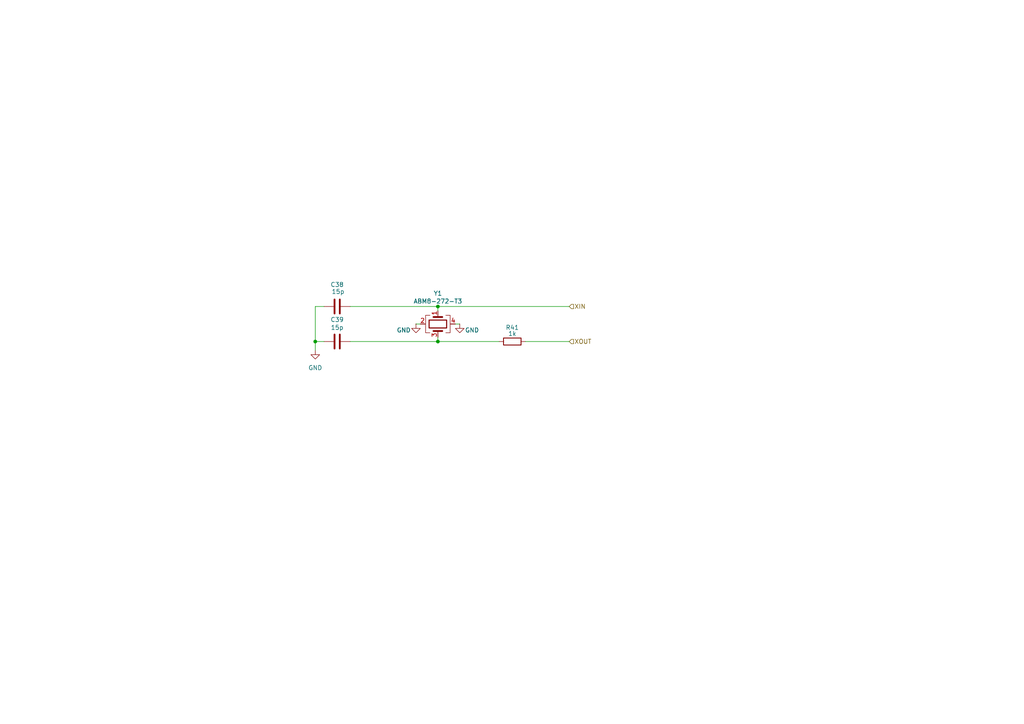
<source format=kicad_sch>
(kicad_sch (version 20231120) (generator "eeschema") (generator_version "8.0")
  (paper "A4")
  (lib_symbols
    (symbol "Device:C" (pin_numbers hide) (pin_names (offset 0.254))
      (property "Reference" "C" (at 0.635 2.54 0))
      (property "Value" "C" (at 0.635 -2.54 0))
      (symbol "C_0_1"
        (polyline (pts (xy -2.032 -0.762) (xy 2.032 -0.762)) (stroke (width 0.508)))
        (polyline (pts (xy -2.032 0.762) (xy 2.032 0.762)) (stroke (width 0.508)))
      )
      (symbol "C_1_1"
        (pin passive line (at 0 3.81 270) (length 2.794) (name "~") (number "1"))
        (pin passive line (at 0 -3.81 90) (length 2.794) (name "~") (number "2"))
      )
    )
    (symbol "Device:Crystal_GND24" (pin_names (offset 1.016) hide)
      (property "Reference" "Y" (at 3.175 5.08 0))
      (property "Value" "Crystal_GND24" (at 3.175 3.175 0))
      (symbol "Crystal_GND24_0_1"
        (rectangle (start -1.143 2.54) (end 1.143 -2.54) (stroke (width 0.3048)))
        (polyline (pts (xy -2.54 0) (xy -2.032 0)))
        (polyline (pts (xy -2.032 -1.27) (xy -2.032 1.27)) (stroke (width 0.508)))
        (polyline (pts (xy 0 -3.81) (xy 0 -3.556)))
        (polyline (pts (xy 0 3.556) (xy 0 3.81)))
        (polyline (pts (xy 2.032 -1.27) (xy 2.032 1.27)) (stroke (width 0.508)))
        (polyline (pts (xy 2.032 0) (xy 2.54 0)))
        (polyline (pts (xy -2.54 -2.286) (xy -2.54 -3.556) (xy 2.54 -3.556) (xy 2.54 -2.286)))
        (polyline (pts (xy -2.54 2.286) (xy -2.54 3.556) (xy 2.54 3.556) (xy 2.54 2.286)))
      )
      (symbol "Crystal_GND24_1_1"
        (pin passive line (at -3.81 0 0) (length 1.27) (name "1") (number "1"))
        (pin passive line (at 0 5.08 270) (length 1.27) (name "2") (number "2"))
        (pin passive line (at 3.81 0 180) (length 1.27) (name "3") (number "3"))
        (pin passive line (at 0 -5.08 90) (length 1.27) (name "4") (number "4"))
      )
    )
    (symbol "Device:R" (pin_numbers hide) (pin_names (offset 0))
      (property "Reference" "R" (at 2.032 0 90))
      (property "Value" "R" (at 0 0 90))
      (symbol "R_0_1"
        (rectangle (start -1.016 -2.54) (end 1.016 2.54) (stroke (width 0.254)))
      )
      (symbol "R_1_1"
        (pin passive line (at 0 3.81 270) (length 1.27) (name "~") (number "1"))
        (pin passive line (at 0 -3.81 90) (length 1.27) (name "~") (number "2"))
      )
    )
    (symbol "power:GND" (power) (pin_numbers hide) (pin_names (offset 0) hide)
      (property "Value" "GND" (at 0 -3.81 0))
      (symbol "GND_0_1"
        (polyline (pts (xy 0 0) (xy 0 -1.27) (xy 1.27 -1.27) (xy 0 -2.54) (xy -1.27 -1.27) (xy 0 -1.27)))
      )
      (symbol "GND_1_1"
        (pin power_in line (at 0 0 270) (length 0) (name "~") (number "1"))
      )
    )
  )
  (junction (at 91.44 99.06))
  (junction (at 127 88.9))
  (junction (at 127 99.06))
  (wire (pts (xy 127 99.06) (xy 144.78 99.06)))
  (wire (pts (xy 152.4 99.06) (xy 165.1 99.06)))
  (wire (pts (xy 120.65 93.98) (xy 121.92 93.98)))
  (wire (pts (xy 93.98 88.9) (xy 91.44 88.9)))
  (wire (pts (xy 91.44 88.9) (xy 91.44 99.06)))
  (wire (pts (xy 101.6 99.06) (xy 127 99.06)))
  (wire (pts (xy 91.44 99.06) (xy 93.98 99.06)))
  (wire (pts (xy 127 88.9) (xy 127 90.17)))
  (wire (pts (xy 133.35 93.98) (xy 132.08 93.98)))
  (wire (pts (xy 91.44 99.06) (xy 91.44 101.6)))
  (wire (pts (xy 101.6 88.9) (xy 127 88.9)))
  (wire (pts (xy 127 88.9) (xy 165.1 88.9)))
  (wire (pts (xy 127 99.06) (xy 127 97.79)))
  (hierarchical_label "XIN" (shape input) (at 165.1 88.9 0))
  (hierarchical_label "XOUT" (shape input) (at 165.1 99.06 0))
  (symbol (lib_id "power:GND") (at 120.65 93.98 0) (mirror y) (unit 1)
    (property "Reference" "#PWR0115" (effects (hide yes)))
    (property "Value" "GND" (at 117.094 95.758 0))
    (property "Description" "Power symbol creates a global label with name \"GND\" , ground" (effects (hide yes)))
  )
  (symbol (lib_id "power:GND") (at 133.35 93.98 0) (unit 1)
    (property "Reference" "#PWR0116" (effects (hide yes)))
    (property "Value" "GND" (at 136.906 95.758 0))
    (property "Description" "Power symbol creates a global label with name \"GND\" , ground" (effects (hide yes)))
  )
  (symbol (lib_id "Device:C") (at 97.79 99.06 90) (unit 1)
    (property "Reference" "C39" (at 97.79 92.71 90))
    (property "Value" "15p" (at 97.79 94.996 90))
    (property "Footprint" "Capacitor_SMD:C_0402_1005Metric" (effects (hide yes)))
    (property "Description" "Unpolarized capacitor" (effects (hide yes)))
    (property "LCSC" "C1548" (effects (hide yes)))
  )
  (symbol (lib_id "power:GND") (at 91.44 101.6 0) (unit 1)
    (property "Reference" "#PWR0117" (effects (hide yes)))
    (property "Value" "GND" (at 91.44 106.68 0))
    (property "Description" "Power symbol creates a global label with name \"GND\" , ground" (effects (hide yes)))
  )
  (symbol (lib_id "Device:C") (at 97.79 88.9 90) (unit 1)
    (property "Reference" "C38" (at 97.79 82.55 90))
    (property "Value" "15p" (at 98.044 84.582 90))
    (property "Footprint" "Capacitor_SMD:C_0402_1005Metric" (effects (hide yes)))
    (property "Description" "Unpolarized capacitor" (effects (hide yes)))
    (property "LCSC" "C1548" (effects (hide yes)))
  )
  (symbol (lib_id "Device:R") (at 148.59 99.06 90) (unit 1)
    (property "Reference" "R41" (at 148.59 94.996 90))
    (property "Value" "1k" (at 148.59 96.774 90))
    (property "Footprint" "Resistor_SMD:R_0402_1005Metric" (effects (hide yes)))
    (property "Description" "Resistor" (effects (hide yes)))
    (property "LCSC" "C11702" (effects (hide yes)))
  )
  (symbol (lib_id "Device:Crystal_GND24") (at 127 93.98 90) (mirror x) (unit 1)
    (property "Reference" "Y1" (at 127 85.09 90))
    (property "Value" "ABM8-272-T3" (at 127 87.376 90))
    (property "Footprint" "Crystal:Crystal_SMD_Abracon_ABM8G-4Pin_3.2x2.5mm" (effects (hide yes)))
    (property "Description" "Four pin crystal, GND on pins 2 and 4" (effects (hide yes)))
    (property "LCSC" "C20625731" (effects (hide yes)))
  )
)
</source>
